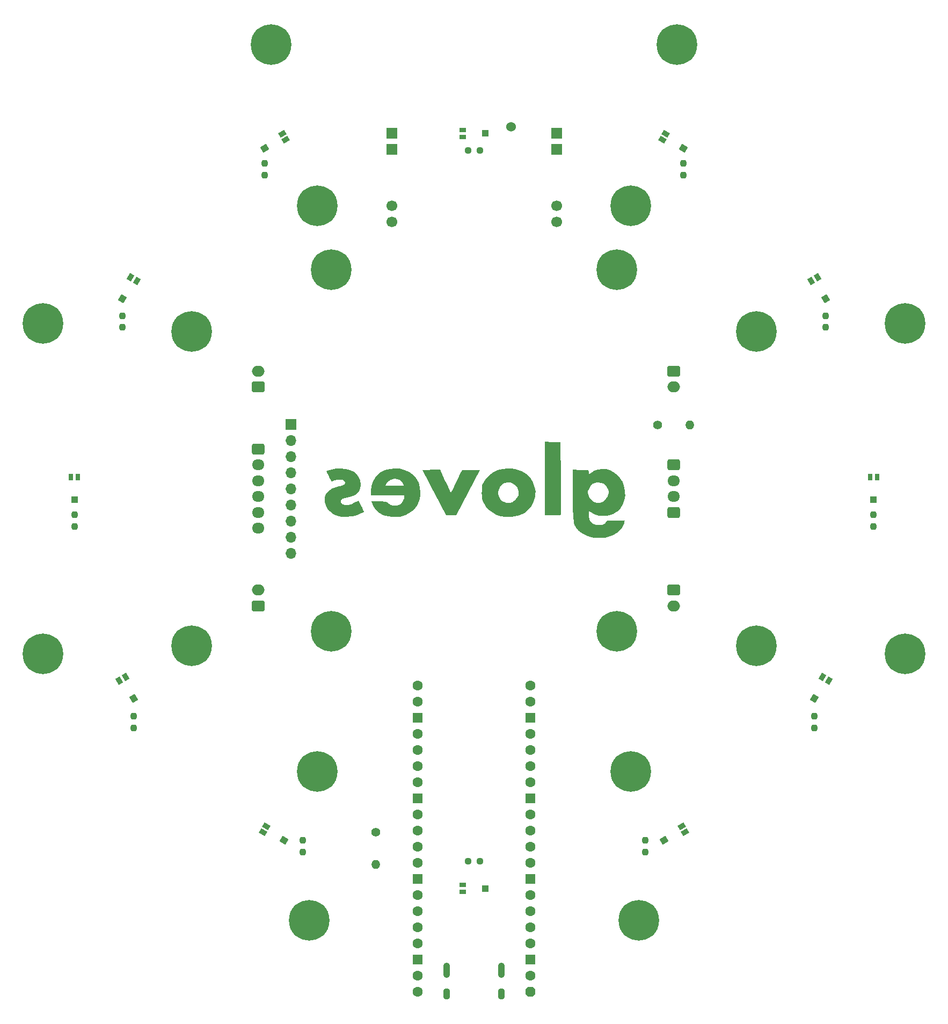
<source format=gbr>
%TF.GenerationSoftware,KiCad,Pcbnew,8.0.3*%
%TF.CreationDate,2024-06-14T01:25:08+08:00*%
%TF.ProjectId,bottom-rounded,626f7474-6f6d-42d7-926f-756e6465642e,1.2.0*%
%TF.SameCoordinates,Original*%
%TF.FileFunction,Soldermask,Bot*%
%TF.FilePolarity,Negative*%
%FSLAX46Y46*%
G04 Gerber Fmt 4.6, Leading zero omitted, Abs format (unit mm)*
G04 Created by KiCad (PCBNEW 8.0.3) date 2024-06-14 01:25:08*
%MOMM*%
%LPD*%
G01*
G04 APERTURE LIST*
G04 Aperture macros list*
%AMRoundRect*
0 Rectangle with rounded corners*
0 $1 Rounding radius*
0 $2 $3 $4 $5 $6 $7 $8 $9 X,Y pos of 4 corners*
0 Add a 4 corners polygon primitive as box body*
4,1,4,$2,$3,$4,$5,$6,$7,$8,$9,$2,$3,0*
0 Add four circle primitives for the rounded corners*
1,1,$1+$1,$2,$3*
1,1,$1+$1,$4,$5*
1,1,$1+$1,$6,$7*
1,1,$1+$1,$8,$9*
0 Add four rect primitives between the rounded corners*
20,1,$1+$1,$2,$3,$4,$5,0*
20,1,$1+$1,$4,$5,$6,$7,0*
20,1,$1+$1,$6,$7,$8,$9,0*
20,1,$1+$1,$8,$9,$2,$3,0*%
%AMRotRect*
0 Rectangle, with rotation*
0 The origin of the aperture is its center*
0 $1 length*
0 $2 width*
0 $3 Rotation angle, in degrees counterclockwise*
0 Add horizontal line*
21,1,$1,$2,0,0,$3*%
%AMFreePoly0*
4,1,26,0.335306,0.780194,0.389950,0.741421,0.741421,0.389950,0.788777,0.314585,0.800000,0.248529,0.800000,-0.248529,0.780194,-0.335306,0.741421,-0.389950,0.389950,-0.741421,0.314585,-0.788777,0.248529,-0.800000,0.000000,-0.800000,-0.248529,-0.800000,-0.335306,-0.780194,-0.389950,-0.741421,-0.741421,-0.389950,-0.788777,-0.314585,-0.800000,-0.248529,-0.800000,0.248529,-0.780194,0.335306,
-0.741421,0.389950,-0.389950,0.741421,-0.314585,0.788777,-0.248529,0.800000,0.248529,0.800000,0.335306,0.780194,0.335306,0.780194,$1*%
G04 Aperture macros list end*
%ADD10C,0.000000*%
%ADD11O,1.100000X1.800000*%
%ADD12O,1.100000X2.400000*%
%ADD13FreePoly0,180.000000*%
%ADD14C,1.600000*%
%ADD15RoundRect,0.200000X0.600000X0.600000X-0.600000X0.600000X-0.600000X-0.600000X0.600000X-0.600000X0*%
%ADD16RoundRect,0.250000X0.725000X-0.600000X0.725000X0.600000X-0.725000X0.600000X-0.725000X-0.600000X0*%
%ADD17O,1.950000X1.700000*%
%ADD18C,0.800000*%
%ADD19C,6.400000*%
%ADD20RoundRect,0.250000X0.750000X-0.600000X0.750000X0.600000X-0.750000X0.600000X-0.750000X-0.600000X0*%
%ADD21O,2.000000X1.700000*%
%ADD22R,1.700000X1.700000*%
%ADD23O,1.700000X1.700000*%
%ADD24C,1.400000*%
%ADD25O,1.400000X1.400000*%
%ADD26RoundRect,0.250000X-0.725000X0.600000X-0.725000X-0.600000X0.725000X-0.600000X0.725000X0.600000X0*%
%ADD27RoundRect,0.250000X-0.750000X0.600000X-0.750000X-0.600000X0.750000X-0.600000X0.750000X0.600000X0*%
%ADD28C,1.700000*%
%ADD29C,1.524000*%
%ADD30R,0.800000X1.100000*%
%ADD31R,1.000000X1.100000*%
%ADD32RotRect,1.100000X0.800000X210.000000*%
%ADD33RotRect,1.100000X1.000000X210.000000*%
%ADD34RotRect,1.100000X0.800000X240.000000*%
%ADD35RotRect,1.100000X1.000000X240.000000*%
%ADD36RotRect,1.100000X0.800000X300.000000*%
%ADD37RotRect,1.100000X1.000000X300.000000*%
%ADD38RoundRect,0.237500X-0.250000X-0.237500X0.250000X-0.237500X0.250000X0.237500X-0.250000X0.237500X0*%
%ADD39RoundRect,0.237500X0.237500X-0.250000X0.237500X0.250000X-0.237500X0.250000X-0.237500X-0.250000X0*%
%ADD40R,1.100000X0.800000*%
%ADD41R,1.100000X1.000000*%
%ADD42RoundRect,0.237500X-0.237500X0.250000X-0.237500X-0.250000X0.237500X-0.250000X0.237500X0.250000X0*%
%ADD43RotRect,1.100000X0.800000X330.000000*%
%ADD44RotRect,1.100000X1.000000X330.000000*%
G04 APERTURE END LIST*
D10*
%TO.C,G\u002A\u002A\u002A*%
G36*
X112424833Y-92652903D02*
G01*
X113673667Y-92676333D01*
X113695594Y-98349000D01*
X113697302Y-98828633D01*
X113699793Y-99772979D01*
X113700993Y-100661549D01*
X113700948Y-101480150D01*
X113699704Y-102214586D01*
X113697306Y-102850664D01*
X113693800Y-103374188D01*
X113689230Y-103770966D01*
X113683643Y-104026801D01*
X113677084Y-104127500D01*
X113655331Y-104151771D01*
X113535456Y-104189643D01*
X113299010Y-104214888D01*
X112928473Y-104228965D01*
X112406324Y-104233333D01*
X111176000Y-104233333D01*
X111176000Y-98431403D01*
X111176000Y-92629473D01*
X112424833Y-92652903D01*
G37*
G36*
X95466961Y-98793500D02*
G01*
X95598393Y-99071002D01*
X95827667Y-99551451D01*
X96028939Y-99968619D01*
X96191237Y-100299998D01*
X96303590Y-100523079D01*
X96355026Y-100615353D01*
X96372227Y-100606213D01*
X96453344Y-100482518D01*
X96587836Y-100235649D01*
X96764985Y-99886443D01*
X96974073Y-99455732D01*
X97204381Y-98964353D01*
X97310009Y-98736164D01*
X97537413Y-98251154D01*
X97740959Y-97825326D01*
X97909085Y-97482420D01*
X98030228Y-97246173D01*
X98092825Y-97140326D01*
X98158812Y-97103558D01*
X98322545Y-97072770D01*
X98597035Y-97055275D01*
X99001712Y-97049946D01*
X99556003Y-97055659D01*
X100921944Y-97079000D01*
X99085139Y-100657678D01*
X97248333Y-104236357D01*
X96401902Y-104213678D01*
X95555471Y-104191000D01*
X93719291Y-100677333D01*
X93370067Y-100008101D01*
X93021486Y-99338047D01*
X92705137Y-98727836D01*
X92428755Y-98192491D01*
X92200072Y-97747030D01*
X92026822Y-97406475D01*
X91916739Y-97185847D01*
X91877556Y-97100167D01*
X91915787Y-97085105D01*
X92095414Y-97065843D01*
X92397011Y-97050492D01*
X92792679Y-97040337D01*
X93254521Y-97036667D01*
X94637041Y-97036667D01*
X95466961Y-98793500D01*
G37*
G36*
X109652352Y-101268152D02*
G01*
X109642567Y-101320208D01*
X109412075Y-102086139D01*
X109041706Y-102765961D01*
X108543004Y-103348576D01*
X107927513Y-103822888D01*
X107206775Y-104177799D01*
X106392333Y-104402211D01*
X106044484Y-104442485D01*
X105501779Y-104452382D01*
X104916719Y-104418704D01*
X104356433Y-104345847D01*
X103888048Y-104238208D01*
X103494082Y-104089949D01*
X102941252Y-103803321D01*
X102436730Y-103456907D01*
X102040690Y-103088166D01*
X101875885Y-102870372D01*
X101669996Y-102543222D01*
X101490357Y-102205344D01*
X101421210Y-102056779D01*
X101331177Y-101837231D01*
X101274440Y-101630915D01*
X101243366Y-101392194D01*
X101230319Y-101075435D01*
X101227667Y-100635000D01*
X101228132Y-100453177D01*
X103838479Y-100453177D01*
X103843914Y-100894601D01*
X103961663Y-101317941D01*
X104190526Y-101695011D01*
X104529304Y-101997628D01*
X104976796Y-102197607D01*
X105026874Y-102211218D01*
X105349008Y-102272600D01*
X105632074Y-102256643D01*
X105969000Y-102159806D01*
X106023416Y-102138626D01*
X106338525Y-101946331D01*
X106636145Y-101666201D01*
X106869832Y-101348807D01*
X106993140Y-101044718D01*
X107013535Y-100914653D01*
X107005513Y-100373162D01*
X106844410Y-99891765D01*
X106538066Y-99486774D01*
X106094319Y-99174500D01*
X105746382Y-99037125D01*
X105302036Y-98996294D01*
X104845603Y-99115041D01*
X104508048Y-99302231D01*
X104169346Y-99628808D01*
X103946556Y-100021851D01*
X103838479Y-100453177D01*
X101228132Y-100453177D01*
X101228358Y-100364628D01*
X101236025Y-100000782D01*
X101258467Y-99734399D01*
X101303333Y-99519819D01*
X101378270Y-99311385D01*
X101490927Y-99063439D01*
X101506999Y-99029995D01*
X101903212Y-98400958D01*
X102418014Y-97870135D01*
X103029946Y-97441913D01*
X103717547Y-97120679D01*
X104459359Y-96910819D01*
X105233921Y-96816720D01*
X106019774Y-96842770D01*
X106795458Y-96993356D01*
X107539514Y-97272864D01*
X108230481Y-97685682D01*
X108455502Y-97865138D01*
X108968402Y-98416085D01*
X109354892Y-99057949D01*
X109604617Y-99764641D01*
X109707222Y-100510072D01*
X109677938Y-100914653D01*
X109652352Y-101268152D01*
G37*
G36*
X91459132Y-99797219D02*
G01*
X91533333Y-100635000D01*
X91506900Y-101143621D01*
X91346187Y-101931713D01*
X91045159Y-102629727D01*
X90610172Y-103229682D01*
X90047582Y-103723599D01*
X89363747Y-104103497D01*
X88565022Y-104361396D01*
X88307696Y-104406502D01*
X87759393Y-104447440D01*
X87155333Y-104439264D01*
X86563027Y-104384057D01*
X86049982Y-104283897D01*
X85722267Y-104175428D01*
X85102213Y-103848389D01*
X84572402Y-103399245D01*
X84155996Y-102849960D01*
X83876158Y-102222500D01*
X83817256Y-102032000D01*
X85047649Y-102032000D01*
X85521107Y-102033643D01*
X85865866Y-102040912D01*
X86095251Y-102057150D01*
X86236572Y-102085697D01*
X86317136Y-102129895D01*
X86364253Y-102193086D01*
X86395507Y-102239762D01*
X86593936Y-102406350D01*
X86886241Y-102557408D01*
X87214417Y-102667035D01*
X87520458Y-102709333D01*
X87719392Y-102694789D01*
X88160085Y-102558799D01*
X88536410Y-102301742D01*
X88802833Y-101950560D01*
X88858392Y-101830082D01*
X88955074Y-101554076D01*
X88993333Y-101336727D01*
X88993333Y-101100667D01*
X86368667Y-101100667D01*
X83744000Y-101100667D01*
X83744000Y-100525788D01*
X83747780Y-100346331D01*
X83847601Y-99590237D01*
X83851961Y-99576667D01*
X86026559Y-99576667D01*
X87467613Y-99576667D01*
X87766303Y-99576497D01*
X88242573Y-99572436D01*
X88576005Y-99557391D01*
X88784236Y-99524139D01*
X88884903Y-99465457D01*
X88895641Y-99374122D01*
X88834088Y-99242910D01*
X88717879Y-99064598D01*
X88700989Y-99039969D01*
X88389328Y-98712869D01*
X87998384Y-98524379D01*
X87506794Y-98463905D01*
X87350157Y-98470600D01*
X86874643Y-98588476D01*
X86486385Y-98847051D01*
X86199285Y-99238094D01*
X86026559Y-99576667D01*
X83851961Y-99576667D01*
X84073872Y-98886016D01*
X84414297Y-98264281D01*
X84856582Y-97755641D01*
X85295611Y-97427438D01*
X85948842Y-97108223D01*
X86684205Y-96902296D01*
X87470819Y-96817718D01*
X88277798Y-96862550D01*
X88298475Y-96865470D01*
X89107598Y-97057281D01*
X89814695Y-97380461D01*
X90411581Y-97825529D01*
X90890071Y-98383000D01*
X91241983Y-99043392D01*
X91337254Y-99374122D01*
X91459132Y-99797219D01*
G37*
G36*
X79768258Y-96872338D02*
G01*
X80439215Y-97045914D01*
X81015947Y-97325579D01*
X81486146Y-97703404D01*
X81837510Y-98171460D01*
X82057732Y-98721819D01*
X82134506Y-99346553D01*
X82133733Y-99429073D01*
X82076510Y-99942213D01*
X81919059Y-100364122D01*
X81647963Y-100707817D01*
X81249810Y-100986318D01*
X80711183Y-101212641D01*
X80018667Y-101399806D01*
X79637321Y-101492857D01*
X79316498Y-101601699D01*
X79121865Y-101722099D01*
X79030345Y-101869258D01*
X79018858Y-102058378D01*
X79043209Y-102191217D01*
X79144686Y-102348873D01*
X79364080Y-102484228D01*
X79644098Y-102576292D01*
X80073584Y-102584573D01*
X80580351Y-102461245D01*
X81176616Y-102204422D01*
X81807512Y-101887354D01*
X82225423Y-102720139D01*
X82366740Y-103006108D01*
X82509941Y-103306939D01*
X82607370Y-103525114D01*
X82643333Y-103626594D01*
X82620287Y-103665920D01*
X82472636Y-103767968D01*
X82219770Y-103895683D01*
X81898443Y-104033746D01*
X81545406Y-104166839D01*
X81197414Y-104279646D01*
X80891217Y-104356847D01*
X80688344Y-104393656D01*
X79871955Y-104468313D01*
X79109893Y-104422294D01*
X78416582Y-104263194D01*
X77806445Y-103998607D01*
X77293906Y-103636129D01*
X76893390Y-103183355D01*
X76619319Y-102647880D01*
X76486117Y-102037298D01*
X76481659Y-101982415D01*
X76504139Y-101405283D01*
X76667126Y-100908128D01*
X76977940Y-100467583D01*
X76984062Y-100460965D01*
X77295467Y-100183196D01*
X77674962Y-99960824D01*
X78156238Y-99777914D01*
X78772986Y-99618531D01*
X79192233Y-99509852D01*
X79477112Y-99390782D01*
X79632533Y-99252736D01*
X79678704Y-99083786D01*
X79660645Y-98960258D01*
X79519655Y-98751705D01*
X79258405Y-98619111D01*
X78900343Y-98567430D01*
X78468916Y-98601613D01*
X77987571Y-98726613D01*
X77783108Y-98795235D01*
X77589932Y-98854922D01*
X77510515Y-98872015D01*
X77475426Y-98813544D01*
X77382325Y-98634842D01*
X77254161Y-98377354D01*
X77109368Y-98079470D01*
X76966377Y-97779580D01*
X76843622Y-97516073D01*
X76759535Y-97327340D01*
X76732550Y-97251770D01*
X76744033Y-97243578D01*
X76910783Y-97172232D01*
X77193086Y-97087103D01*
X77545603Y-96999584D01*
X77922991Y-96921068D01*
X78279909Y-96862948D01*
X79015379Y-96812779D01*
X79768258Y-96872338D01*
G37*
G36*
X123837620Y-101072820D02*
G01*
X123715961Y-101794359D01*
X123462942Y-102465639D01*
X123084331Y-103066679D01*
X122585898Y-103577496D01*
X121973410Y-103978110D01*
X121892557Y-104018585D01*
X121609880Y-104144134D01*
X121345150Y-104222830D01*
X121035946Y-104269461D01*
X120619847Y-104298817D01*
X120318597Y-104309732D01*
X119801589Y-104291448D01*
X119373030Y-104208672D01*
X118982992Y-104049205D01*
X118581549Y-103800851D01*
X118118667Y-103476600D01*
X118118667Y-104053317D01*
X118130190Y-104323513D01*
X118241983Y-104853334D01*
X118471084Y-105261622D01*
X118815540Y-105546467D01*
X119273397Y-105705961D01*
X119842703Y-105738195D01*
X119911557Y-105734539D01*
X120203611Y-105709807D01*
X120395400Y-105660244D01*
X120545297Y-105562742D01*
X120711676Y-105394193D01*
X120999612Y-105080000D01*
X122401178Y-105080000D01*
X123802744Y-105080000D01*
X123745101Y-105270500D01*
X123679711Y-105446949D01*
X123523345Y-105774289D01*
X123328591Y-106119776D01*
X123129214Y-106424955D01*
X122958981Y-106631374D01*
X122944755Y-106644809D01*
X122481737Y-106999333D01*
X121908527Y-107316300D01*
X121281909Y-107568611D01*
X120658667Y-107729166D01*
X120451434Y-107755833D01*
X119986100Y-107776773D01*
X119462535Y-107764737D01*
X118949657Y-107722218D01*
X118516380Y-107651706D01*
X118512498Y-107650827D01*
X117744423Y-107409557D01*
X117070297Y-107060655D01*
X116518118Y-106618595D01*
X116455215Y-106554833D01*
X116266211Y-106350661D01*
X116106518Y-106146927D01*
X115973675Y-105928199D01*
X115865220Y-105679045D01*
X115778691Y-105384033D01*
X115711627Y-105027729D01*
X115661566Y-104594701D01*
X115626045Y-104069517D01*
X115602604Y-103436744D01*
X115588780Y-102680951D01*
X115582112Y-101786703D01*
X115580137Y-100738570D01*
X115580061Y-100545790D01*
X117949806Y-100545790D01*
X117950432Y-100580231D01*
X118035035Y-101012876D01*
X118238937Y-101441396D01*
X118528996Y-101811111D01*
X118872068Y-102067343D01*
X118897050Y-102079727D01*
X119383998Y-102230741D01*
X119867905Y-102224187D01*
X120320987Y-102069309D01*
X120715457Y-101775351D01*
X121023529Y-101351558D01*
X121066994Y-101267454D01*
X121187837Y-100988981D01*
X121233060Y-100752607D01*
X121220130Y-100480996D01*
X121141386Y-100115812D01*
X120914090Y-99666297D01*
X120569225Y-99324850D01*
X120125177Y-99107921D01*
X119600333Y-99031956D01*
X119273473Y-99056113D01*
X118822556Y-99202673D01*
X118459898Y-99489845D01*
X118171277Y-99926532D01*
X118080635Y-100123775D01*
X117986229Y-100376724D01*
X117949806Y-100545790D01*
X115580061Y-100545790D01*
X115578667Y-97032140D01*
X116827500Y-97055570D01*
X118076333Y-97079000D01*
X118102611Y-97396500D01*
X118107947Y-97453742D01*
X118135728Y-97639203D01*
X118165378Y-97714000D01*
X118217620Y-97685958D01*
X118372676Y-97579152D01*
X118587182Y-97419883D01*
X118943081Y-97190809D01*
X119536437Y-96959919D01*
X120164244Y-96871533D01*
X120804565Y-96918733D01*
X121435465Y-97094597D01*
X122035005Y-97392206D01*
X122581251Y-97804641D01*
X123052265Y-98324982D01*
X123426111Y-98946308D01*
X123663783Y-99558888D01*
X123822151Y-100321002D01*
X123831031Y-100752607D01*
X123837620Y-101072820D01*
G37*
%TD*%
D11*
%TO.C,U1*%
X104325000Y-179630000D03*
D12*
X104325000Y-175930000D03*
D11*
X95675000Y-179630000D03*
D12*
X95675000Y-175930000D03*
D13*
X108890000Y-179260000D03*
D14*
X108890000Y-176720000D03*
D15*
X108890000Y-174180000D03*
D14*
X108890000Y-171640000D03*
X108890000Y-169100000D03*
X108890000Y-166560000D03*
X108890000Y-164020000D03*
D15*
X108890000Y-161480000D03*
D14*
X108890000Y-158940000D03*
X108890000Y-156400000D03*
X108890000Y-153860000D03*
X108890000Y-151320000D03*
D15*
X108890000Y-148780000D03*
D14*
X108890000Y-146240000D03*
X108890000Y-143700000D03*
X108890000Y-141160000D03*
X108890000Y-138620000D03*
D15*
X108890000Y-136080000D03*
D14*
X108890000Y-133540000D03*
X108890000Y-131000000D03*
X91110000Y-131000000D03*
X91110000Y-133540000D03*
D15*
X91110000Y-136080000D03*
D14*
X91110000Y-138620000D03*
X91110000Y-141160000D03*
X91110000Y-143700000D03*
X91110000Y-146240000D03*
D15*
X91110000Y-148780000D03*
D14*
X91110000Y-151320000D03*
X91110000Y-153860000D03*
X91110000Y-156400000D03*
X91110000Y-158940000D03*
D15*
X91110000Y-161480000D03*
D14*
X91110000Y-164020000D03*
X91110000Y-166560000D03*
X91110000Y-169100000D03*
X91110000Y-171640000D03*
D15*
X91110000Y-174180000D03*
D14*
X91110000Y-176720000D03*
X91110000Y-179260000D03*
%TD*%
D16*
%TO.C,J4*%
X131500000Y-103750000D03*
D17*
X131500000Y-101250000D03*
X131500000Y-98750000D03*
D16*
X131500000Y-96250000D03*
%TD*%
D18*
%TO.C,H20*%
X120100000Y-65500000D03*
X120802944Y-63802944D03*
X120802944Y-67197056D03*
X122500000Y-63100000D03*
D19*
X122500000Y-65500000D03*
D18*
X122500000Y-67900000D03*
X124197056Y-63802944D03*
X124197056Y-67197056D03*
X124900000Y-65500000D03*
%TD*%
D20*
%TO.C,J7*%
X66000000Y-118500000D03*
D21*
X66000000Y-116000000D03*
%TD*%
D22*
%TO.C,J2*%
X71120000Y-89850000D03*
D23*
X71120000Y-92390000D03*
X71120000Y-94930000D03*
X71120000Y-97470000D03*
X71120000Y-100010000D03*
X71120000Y-102550000D03*
X71120000Y-105090000D03*
X71120000Y-107630000D03*
X71120000Y-110170000D03*
%TD*%
D24*
%TO.C,R14*%
X84500000Y-154140000D03*
D25*
X84500000Y-159220000D03*
%TD*%
D18*
%TO.C,H10*%
X53052273Y-75251263D03*
X53755217Y-73554207D03*
X53755217Y-76948319D03*
X55452273Y-72851263D03*
D19*
X55452273Y-75251263D03*
D18*
X55452273Y-77651263D03*
X57149329Y-73554207D03*
X57149329Y-76948319D03*
X57852273Y-75251263D03*
%TD*%
%TO.C,H18*%
X75100000Y-122500000D03*
X75802944Y-120802944D03*
X75802944Y-124197056D03*
X77500000Y-120100000D03*
D19*
X77500000Y-122500000D03*
D18*
X77500000Y-124900000D03*
X79197056Y-120802944D03*
X79197056Y-124197056D03*
X79900000Y-122500000D03*
%TD*%
%TO.C,H12*%
X72851263Y-144547727D03*
X73554207Y-142850671D03*
X73554207Y-146244783D03*
X75251263Y-142147727D03*
D19*
X75251263Y-144547727D03*
D18*
X75251263Y-146947727D03*
X76948319Y-142850671D03*
X76948319Y-146244783D03*
X77651263Y-144547727D03*
%TD*%
%TO.C,H8*%
X29600000Y-126000000D03*
X30302944Y-124302944D03*
X30302944Y-127697056D03*
X32000000Y-123600000D03*
D19*
X32000000Y-126000000D03*
D18*
X32000000Y-128400000D03*
X33697056Y-124302944D03*
X33697056Y-127697056D03*
X34400000Y-126000000D03*
%TD*%
%TO.C,H11*%
X53052273Y-124748737D03*
X53755217Y-123051681D03*
X53755217Y-126445793D03*
X55452273Y-122348737D03*
D19*
X55452273Y-124748737D03*
D18*
X55452273Y-127148737D03*
X57149329Y-123051681D03*
X57149329Y-126445793D03*
X57852273Y-124748737D03*
%TD*%
%TO.C,H6*%
X71600000Y-168000000D03*
X72302944Y-166302944D03*
X72302944Y-169697056D03*
X74000000Y-165600000D03*
D19*
X74000000Y-168000000D03*
D18*
X74000000Y-170400000D03*
X75697056Y-166302944D03*
X75697056Y-169697056D03*
X76400000Y-168000000D03*
%TD*%
%TO.C,H9*%
X72851263Y-55452273D03*
X73554207Y-53755217D03*
X73554207Y-57149329D03*
X75251263Y-53052273D03*
D19*
X75251263Y-55452273D03*
D18*
X75251263Y-57852273D03*
X76948319Y-53755217D03*
X76948319Y-57149329D03*
X77651263Y-55452273D03*
%TD*%
%TO.C,H5*%
X123600000Y-168000000D03*
X124302944Y-166302944D03*
X124302944Y-169697056D03*
X126000000Y-165600000D03*
D19*
X126000000Y-168000000D03*
D18*
X126000000Y-170400000D03*
X127697056Y-166302944D03*
X127697056Y-169697056D03*
X128400000Y-168000000D03*
%TD*%
D20*
%TO.C,J6*%
X66000000Y-84000000D03*
D21*
X66000000Y-81500000D03*
%TD*%
D26*
%TO.C,J1*%
X66000000Y-93750000D03*
D17*
X66000000Y-96250000D03*
X66000000Y-98750000D03*
X66000000Y-101250000D03*
X66000000Y-103750000D03*
X66000000Y-106250000D03*
%TD*%
D27*
%TO.C,J3*%
X131500000Y-81500000D03*
D21*
X131500000Y-84000000D03*
%TD*%
D18*
%TO.C,H15*%
X122348737Y-144547727D03*
X123051681Y-142850671D03*
X123051681Y-146244783D03*
X124748737Y-142147727D03*
D19*
X124748737Y-144547727D03*
D18*
X124748737Y-146947727D03*
X126445793Y-142850671D03*
X126445793Y-146244783D03*
X127148737Y-144547727D03*
%TD*%
%TO.C,H16*%
X122348737Y-55452273D03*
X123051681Y-53755217D03*
X123051681Y-57149329D03*
X124748737Y-53052273D03*
D19*
X124748737Y-55452273D03*
D18*
X124748737Y-57852273D03*
X126445793Y-53755217D03*
X126445793Y-57149329D03*
X127148737Y-55452273D03*
%TD*%
%TO.C,H2*%
X129600000Y-30000000D03*
X130302944Y-28302944D03*
X130302944Y-31697056D03*
X132000000Y-27600000D03*
D19*
X132000000Y-30000000D03*
D18*
X132000000Y-32400000D03*
X133697056Y-28302944D03*
X133697056Y-31697056D03*
X134400000Y-30000000D03*
%TD*%
%TO.C,H1*%
X65600000Y-30000000D03*
X66302944Y-28302944D03*
X66302944Y-31697056D03*
X68000000Y-27600000D03*
D19*
X68000000Y-30000000D03*
D18*
X68000000Y-32400000D03*
X69697056Y-28302944D03*
X69697056Y-31697056D03*
X70400000Y-30000000D03*
%TD*%
%TO.C,H14*%
X142147727Y-124748737D03*
X142850671Y-123051681D03*
X142850671Y-126445793D03*
X144547727Y-122348737D03*
D19*
X144547727Y-124748737D03*
D18*
X144547727Y-127148737D03*
X146244783Y-123051681D03*
X146244783Y-126445793D03*
X146947727Y-124748737D03*
%TD*%
%TO.C,H13*%
X142147727Y-75251263D03*
X142850671Y-73554207D03*
X142850671Y-76948319D03*
X144547727Y-72851263D03*
D19*
X144547727Y-75251263D03*
D18*
X144547727Y-77651263D03*
X146244783Y-73554207D03*
X146244783Y-76948319D03*
X146947727Y-75251263D03*
%TD*%
%TO.C,H17*%
X120100000Y-122500000D03*
X120802944Y-120802944D03*
X120802944Y-124197056D03*
X122500000Y-120100000D03*
D19*
X122500000Y-122500000D03*
D18*
X122500000Y-124900000D03*
X124197056Y-120802944D03*
X124197056Y-124197056D03*
X124900000Y-122500000D03*
%TD*%
D22*
%TO.C,U2*%
X87005000Y-44000000D03*
X87005000Y-46540000D03*
D28*
X87005000Y-55430000D03*
X87005000Y-57970000D03*
X113005000Y-55430000D03*
X113005000Y-57970000D03*
D22*
X113005000Y-44000000D03*
X113005000Y-46540000D03*
D29*
X105801000Y-42954000D03*
%TD*%
D18*
%TO.C,H7*%
X29600000Y-74000000D03*
X30302944Y-72302944D03*
X30302944Y-75697056D03*
X32000000Y-71600000D03*
D19*
X32000000Y-74000000D03*
D18*
X32000000Y-76400000D03*
X33697056Y-72302944D03*
X33697056Y-75697056D03*
X34400000Y-74000000D03*
%TD*%
D27*
%TO.C,J5*%
X131500000Y-116000000D03*
D21*
X131500000Y-118500000D03*
%TD*%
D18*
%TO.C,H19*%
X75100000Y-65500000D03*
X75802944Y-63802944D03*
X75802944Y-67197056D03*
X77500000Y-63100000D03*
D19*
X77500000Y-65500000D03*
D18*
X77500000Y-67900000D03*
X79197056Y-63802944D03*
X79197056Y-67197056D03*
X79900000Y-65500000D03*
%TD*%
D24*
%TO.C,R13*%
X128960000Y-90000000D03*
D25*
X134040000Y-90000000D03*
%TD*%
D18*
%TO.C,H3*%
X165600000Y-74000000D03*
X166302944Y-72302944D03*
X166302944Y-75697056D03*
X168000000Y-71600000D03*
D19*
X168000000Y-74000000D03*
D18*
X168000000Y-76400000D03*
X169697056Y-72302944D03*
X169697056Y-75697056D03*
X170400000Y-74000000D03*
%TD*%
%TO.C,H4*%
X165600000Y-126000000D03*
X166302944Y-124302944D03*
X166302944Y-127697056D03*
X168000000Y-123600000D03*
D19*
X168000000Y-126000000D03*
D18*
X168000000Y-128400000D03*
X169697056Y-124302944D03*
X169697056Y-127697056D03*
X170400000Y-126000000D03*
%TD*%
D30*
%TO.C,L10*%
X37550000Y-98225000D03*
X36450000Y-98225000D03*
D31*
X37000000Y-101775000D03*
%TD*%
D32*
%TO.C,L6*%
X133312195Y-154148814D03*
X132762195Y-153196186D03*
D33*
X129962805Y-155447500D03*
%TD*%
D34*
%TO.C,L11*%
X46803814Y-67237805D03*
X45851186Y-66687805D03*
D35*
X44552500Y-70037195D03*
%TD*%
D36*
%TO.C,L9*%
X45028814Y-129687805D03*
X44076186Y-130237805D03*
D37*
X46327500Y-133037195D03*
%TD*%
D38*
%TO.C,R1*%
X99087500Y-46736000D03*
X100912500Y-46736000D03*
%TD*%
%TO.C,R7*%
X99087500Y-158750000D03*
X100912500Y-158750000D03*
%TD*%
D39*
%TO.C,R5*%
X153670000Y-137715000D03*
X153672500Y-135890000D03*
%TD*%
D32*
%TO.C,L12*%
X70312195Y-45028814D03*
X69762195Y-44076186D03*
D33*
X66962805Y-46327500D03*
%TD*%
D39*
%TO.C,R3*%
X155447500Y-74572500D03*
X155447500Y-72747500D03*
%TD*%
D40*
%TO.C,L7*%
X98225000Y-162450000D03*
X98225000Y-163550000D03*
D41*
X101775000Y-163000000D03*
%TD*%
D39*
%TO.C,R10*%
X37000000Y-105965000D03*
X37000000Y-104140000D03*
%TD*%
%TO.C,R2*%
X133037195Y-50593000D03*
X133037195Y-48768000D03*
%TD*%
%TO.C,R12*%
X66962805Y-50593000D03*
X66962805Y-48768000D03*
%TD*%
D34*
%TO.C,L5*%
X155923814Y-130237805D03*
X154971186Y-129687805D03*
D35*
X153672500Y-133037195D03*
%TD*%
D42*
%TO.C,R8*%
X73000000Y-155447500D03*
X73000000Y-157272500D03*
%TD*%
D39*
%TO.C,R11*%
X44552500Y-74572500D03*
X44552500Y-72747500D03*
%TD*%
D36*
%TO.C,L3*%
X154148814Y-66687805D03*
X153196186Y-67237805D03*
D37*
X155447500Y-70037195D03*
%TD*%
D39*
%TO.C,R9*%
X46330000Y-137715000D03*
X46330000Y-135890000D03*
%TD*%
D40*
%TO.C,L1*%
X98225000Y-43450000D03*
X98225000Y-44550000D03*
D41*
X101775000Y-44000000D03*
%TD*%
D42*
%TO.C,R6*%
X127000000Y-155447500D03*
X127000000Y-157272500D03*
%TD*%
D30*
%TO.C,L4*%
X163550000Y-98225000D03*
X162450000Y-98225000D03*
D31*
X163000000Y-101775000D03*
%TD*%
D43*
%TO.C,L8*%
X67237805Y-153196186D03*
X66687805Y-154148814D03*
D44*
X70037195Y-155447500D03*
%TD*%
D39*
%TO.C,R4*%
X163000000Y-105965000D03*
X163000000Y-104140000D03*
%TD*%
D43*
%TO.C,L2*%
X130237805Y-44076186D03*
X129687805Y-45028814D03*
D44*
X133037195Y-46327500D03*
%TD*%
M02*

</source>
